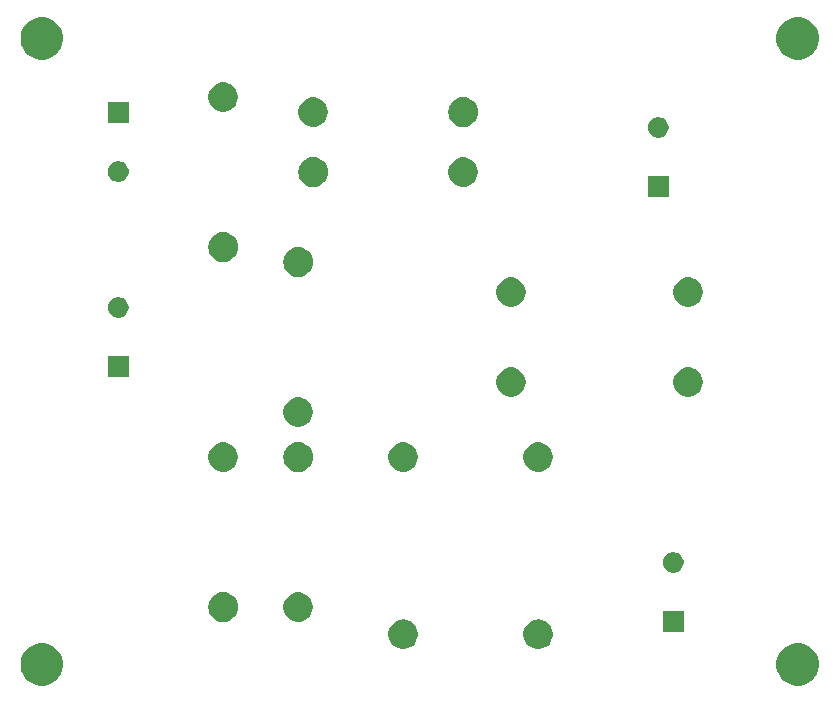
<source format=gbr>
G04 #@! TF.GenerationSoftware,KiCad,Pcbnew,(5.0.1)-4*
G04 #@! TF.CreationDate,2019-03-02T17:06:11-06:00*
G04 #@! TF.ProjectId,monitoring,6D6F6E69746F72696E672E6B69636164,rev?*
G04 #@! TF.SameCoordinates,Original*
G04 #@! TF.FileFunction,Soldermask,Bot*
G04 #@! TF.FilePolarity,Negative*
%FSLAX46Y46*%
G04 Gerber Fmt 4.6, Leading zero omitted, Abs format (unit mm)*
G04 Created by KiCad (PCBNEW (5.0.1)-4) date 2019-03-02 5:06:11 PM*
%MOMM*%
%LPD*%
G01*
G04 APERTURE LIST*
%ADD10C,0.100000*%
G04 APERTURE END LIST*
D10*
G36*
X182525331Y-107268211D02*
X182853092Y-107403974D01*
X183148073Y-107601074D01*
X183398926Y-107851927D01*
X183596026Y-108146908D01*
X183731789Y-108474669D01*
X183801000Y-108822616D01*
X183801000Y-109177384D01*
X183731789Y-109525331D01*
X183596026Y-109853092D01*
X183398926Y-110148073D01*
X183148073Y-110398926D01*
X182853092Y-110596026D01*
X182525331Y-110731789D01*
X182177384Y-110801000D01*
X181822616Y-110801000D01*
X181474669Y-110731789D01*
X181146908Y-110596026D01*
X180851927Y-110398926D01*
X180601074Y-110148073D01*
X180403974Y-109853092D01*
X180268211Y-109525331D01*
X180199000Y-109177384D01*
X180199000Y-108822616D01*
X180268211Y-108474669D01*
X180403974Y-108146908D01*
X180601074Y-107851927D01*
X180851927Y-107601074D01*
X181146908Y-107403974D01*
X181474669Y-107268211D01*
X181822616Y-107199000D01*
X182177384Y-107199000D01*
X182525331Y-107268211D01*
X182525331Y-107268211D01*
G37*
G36*
X118525331Y-107268211D02*
X118853092Y-107403974D01*
X119148073Y-107601074D01*
X119398926Y-107851927D01*
X119596026Y-108146908D01*
X119731789Y-108474669D01*
X119801000Y-108822616D01*
X119801000Y-109177384D01*
X119731789Y-109525331D01*
X119596026Y-109853092D01*
X119398926Y-110148073D01*
X119148073Y-110398926D01*
X118853092Y-110596026D01*
X118525331Y-110731789D01*
X118177384Y-110801000D01*
X117822616Y-110801000D01*
X117474669Y-110731789D01*
X117146908Y-110596026D01*
X116851927Y-110398926D01*
X116601074Y-110148073D01*
X116403974Y-109853092D01*
X116268211Y-109525331D01*
X116199000Y-109177384D01*
X116199000Y-108822616D01*
X116268211Y-108474669D01*
X116403974Y-108146908D01*
X116601074Y-107851927D01*
X116851927Y-107601074D01*
X117146908Y-107403974D01*
X117474669Y-107268211D01*
X117822616Y-107199000D01*
X118177384Y-107199000D01*
X118525331Y-107268211D01*
X118525331Y-107268211D01*
G37*
G36*
X148773635Y-105201019D02*
X148954903Y-105237075D01*
X149182571Y-105331378D01*
X149386542Y-105467668D01*
X149387469Y-105468287D01*
X149561713Y-105642531D01*
X149561715Y-105642534D01*
X149698622Y-105847429D01*
X149792925Y-106075097D01*
X149841000Y-106316787D01*
X149841000Y-106563213D01*
X149792925Y-106804903D01*
X149698622Y-107032571D01*
X149587417Y-107199000D01*
X149561713Y-107237469D01*
X149387469Y-107411713D01*
X149387466Y-107411715D01*
X149182571Y-107548622D01*
X148954903Y-107642925D01*
X148773636Y-107678981D01*
X148713214Y-107691000D01*
X148466786Y-107691000D01*
X148406364Y-107678981D01*
X148225097Y-107642925D01*
X147997429Y-107548622D01*
X147792534Y-107411715D01*
X147792531Y-107411713D01*
X147618287Y-107237469D01*
X147592583Y-107199000D01*
X147481378Y-107032571D01*
X147387075Y-106804903D01*
X147339000Y-106563213D01*
X147339000Y-106316787D01*
X147387075Y-106075097D01*
X147481378Y-105847429D01*
X147618285Y-105642534D01*
X147618287Y-105642531D01*
X147792531Y-105468287D01*
X147793458Y-105467668D01*
X147997429Y-105331378D01*
X148225097Y-105237075D01*
X148406365Y-105201019D01*
X148466786Y-105189000D01*
X148713214Y-105189000D01*
X148773635Y-105201019D01*
X148773635Y-105201019D01*
G37*
G36*
X160203635Y-105201019D02*
X160384903Y-105237075D01*
X160612571Y-105331378D01*
X160816542Y-105467668D01*
X160817469Y-105468287D01*
X160991713Y-105642531D01*
X160991715Y-105642534D01*
X161128622Y-105847429D01*
X161222925Y-106075097D01*
X161271000Y-106316787D01*
X161271000Y-106563213D01*
X161222925Y-106804903D01*
X161128622Y-107032571D01*
X161017417Y-107199000D01*
X160991713Y-107237469D01*
X160817469Y-107411713D01*
X160817466Y-107411715D01*
X160612571Y-107548622D01*
X160384903Y-107642925D01*
X160203636Y-107678981D01*
X160143214Y-107691000D01*
X159896786Y-107691000D01*
X159836364Y-107678981D01*
X159655097Y-107642925D01*
X159427429Y-107548622D01*
X159222534Y-107411715D01*
X159222531Y-107411713D01*
X159048287Y-107237469D01*
X159022583Y-107199000D01*
X158911378Y-107032571D01*
X158817075Y-106804903D01*
X158769000Y-106563213D01*
X158769000Y-106316787D01*
X158817075Y-106075097D01*
X158911378Y-105847429D01*
X159048285Y-105642534D01*
X159048287Y-105642531D01*
X159222531Y-105468287D01*
X159223458Y-105467668D01*
X159427429Y-105331378D01*
X159655097Y-105237075D01*
X159836365Y-105201019D01*
X159896786Y-105189000D01*
X160143214Y-105189000D01*
X160203635Y-105201019D01*
X160203635Y-105201019D01*
G37*
G36*
X172326000Y-106246000D02*
X170574000Y-106246000D01*
X170574000Y-104494000D01*
X172326000Y-104494000D01*
X172326000Y-106246000D01*
X172326000Y-106246000D01*
G37*
G36*
X139883636Y-102901019D02*
X140064903Y-102937075D01*
X140292571Y-103031378D01*
X140387488Y-103094800D01*
X140497469Y-103168287D01*
X140671713Y-103342531D01*
X140671715Y-103342534D01*
X140808622Y-103547429D01*
X140902925Y-103775097D01*
X140951000Y-104016787D01*
X140951000Y-104263213D01*
X140902925Y-104504903D01*
X140808622Y-104732571D01*
X140737921Y-104838382D01*
X140671713Y-104937469D01*
X140497469Y-105111713D01*
X140497466Y-105111715D01*
X140292571Y-105248622D01*
X140064903Y-105342925D01*
X139914213Y-105372899D01*
X139823214Y-105391000D01*
X139576786Y-105391000D01*
X139485787Y-105372899D01*
X139335097Y-105342925D01*
X139107429Y-105248622D01*
X138902534Y-105111715D01*
X138902531Y-105111713D01*
X138728287Y-104937469D01*
X138662079Y-104838382D01*
X138591378Y-104732571D01*
X138497075Y-104504903D01*
X138449000Y-104263213D01*
X138449000Y-104016787D01*
X138497075Y-103775097D01*
X138591378Y-103547429D01*
X138728285Y-103342534D01*
X138728287Y-103342531D01*
X138902531Y-103168287D01*
X139012512Y-103094800D01*
X139107429Y-103031378D01*
X139335097Y-102937075D01*
X139516364Y-102901019D01*
X139576786Y-102889000D01*
X139823214Y-102889000D01*
X139883636Y-102901019D01*
X139883636Y-102901019D01*
G37*
G36*
X133595239Y-102907101D02*
X133831053Y-102978634D01*
X134048381Y-103094799D01*
X134238871Y-103251129D01*
X134395201Y-103441619D01*
X134511366Y-103658947D01*
X134582899Y-103894761D01*
X134607053Y-104140000D01*
X134582899Y-104385239D01*
X134511366Y-104621053D01*
X134395201Y-104838381D01*
X134238871Y-105028871D01*
X134048381Y-105185201D01*
X133831053Y-105301366D01*
X133595239Y-105372899D01*
X133411457Y-105391000D01*
X133288543Y-105391000D01*
X133104761Y-105372899D01*
X132868947Y-105301366D01*
X132651619Y-105185201D01*
X132461129Y-105028871D01*
X132304799Y-104838381D01*
X132188634Y-104621053D01*
X132117101Y-104385239D01*
X132092947Y-104140000D01*
X132117101Y-103894761D01*
X132188634Y-103658947D01*
X132304799Y-103441619D01*
X132461129Y-103251129D01*
X132651619Y-103094799D01*
X132868947Y-102978634D01*
X133104761Y-102907101D01*
X133288543Y-102889000D01*
X133411457Y-102889000D01*
X133595239Y-102907101D01*
X133595239Y-102907101D01*
G37*
G36*
X171578589Y-99502416D02*
X171705520Y-99527664D01*
X171864942Y-99593699D01*
X172008418Y-99689566D01*
X172130434Y-99811582D01*
X172226301Y-99955058D01*
X172292336Y-100114480D01*
X172326000Y-100283721D01*
X172326000Y-100456279D01*
X172292336Y-100625520D01*
X172226301Y-100784942D01*
X172130434Y-100928418D01*
X172008418Y-101050434D01*
X171864942Y-101146301D01*
X171705520Y-101212336D01*
X171578589Y-101237584D01*
X171536280Y-101246000D01*
X171363720Y-101246000D01*
X171321411Y-101237584D01*
X171194480Y-101212336D01*
X171035058Y-101146301D01*
X170891582Y-101050434D01*
X170769566Y-100928418D01*
X170673699Y-100784942D01*
X170607664Y-100625520D01*
X170574000Y-100456279D01*
X170574000Y-100283721D01*
X170607664Y-100114480D01*
X170673699Y-99955058D01*
X170769566Y-99811582D01*
X170891582Y-99689566D01*
X171035058Y-99593699D01*
X171194480Y-99527664D01*
X171321411Y-99502416D01*
X171363720Y-99494000D01*
X171536280Y-99494000D01*
X171578589Y-99502416D01*
X171578589Y-99502416D01*
G37*
G36*
X148773636Y-90201019D02*
X148954903Y-90237075D01*
X149182571Y-90331378D01*
X149277488Y-90394800D01*
X149387469Y-90468287D01*
X149561713Y-90642531D01*
X149561715Y-90642534D01*
X149698622Y-90847429D01*
X149792925Y-91075097D01*
X149841000Y-91316787D01*
X149841000Y-91563213D01*
X149792925Y-91804903D01*
X149698622Y-92032571D01*
X149627921Y-92138382D01*
X149561713Y-92237469D01*
X149387469Y-92411713D01*
X149387466Y-92411715D01*
X149182571Y-92548622D01*
X148954903Y-92642925D01*
X148804213Y-92672899D01*
X148713214Y-92691000D01*
X148466786Y-92691000D01*
X148375787Y-92672899D01*
X148225097Y-92642925D01*
X147997429Y-92548622D01*
X147792534Y-92411715D01*
X147792531Y-92411713D01*
X147618287Y-92237469D01*
X147552079Y-92138382D01*
X147481378Y-92032571D01*
X147387075Y-91804903D01*
X147339000Y-91563213D01*
X147339000Y-91316787D01*
X147387075Y-91075097D01*
X147481378Y-90847429D01*
X147618285Y-90642534D01*
X147618287Y-90642531D01*
X147792531Y-90468287D01*
X147902512Y-90394800D01*
X147997429Y-90331378D01*
X148225097Y-90237075D01*
X148406364Y-90201019D01*
X148466786Y-90189000D01*
X148713214Y-90189000D01*
X148773636Y-90201019D01*
X148773636Y-90201019D01*
G37*
G36*
X139945239Y-90207101D02*
X140181053Y-90278634D01*
X140398381Y-90394799D01*
X140588871Y-90551129D01*
X140745201Y-90741619D01*
X140861366Y-90958947D01*
X140932899Y-91194761D01*
X140957053Y-91440000D01*
X140932899Y-91685239D01*
X140861366Y-91921053D01*
X140745201Y-92138381D01*
X140588871Y-92328871D01*
X140398381Y-92485201D01*
X140181053Y-92601366D01*
X139945239Y-92672899D01*
X139761457Y-92691000D01*
X139638543Y-92691000D01*
X139454761Y-92672899D01*
X139218947Y-92601366D01*
X139001619Y-92485201D01*
X138811129Y-92328871D01*
X138654799Y-92138381D01*
X138538634Y-91921053D01*
X138467101Y-91685239D01*
X138442947Y-91440000D01*
X138467101Y-91194761D01*
X138538634Y-90958947D01*
X138654799Y-90741619D01*
X138811129Y-90551129D01*
X139001619Y-90394799D01*
X139218947Y-90278634D01*
X139454761Y-90207101D01*
X139638543Y-90189000D01*
X139761457Y-90189000D01*
X139945239Y-90207101D01*
X139945239Y-90207101D01*
G37*
G36*
X133533636Y-90201019D02*
X133714903Y-90237075D01*
X133942571Y-90331378D01*
X134037488Y-90394800D01*
X134147469Y-90468287D01*
X134321713Y-90642531D01*
X134321715Y-90642534D01*
X134458622Y-90847429D01*
X134552925Y-91075097D01*
X134601000Y-91316787D01*
X134601000Y-91563213D01*
X134552925Y-91804903D01*
X134458622Y-92032571D01*
X134387921Y-92138382D01*
X134321713Y-92237469D01*
X134147469Y-92411713D01*
X134147466Y-92411715D01*
X133942571Y-92548622D01*
X133714903Y-92642925D01*
X133564213Y-92672899D01*
X133473214Y-92691000D01*
X133226786Y-92691000D01*
X133135787Y-92672899D01*
X132985097Y-92642925D01*
X132757429Y-92548622D01*
X132552534Y-92411715D01*
X132552531Y-92411713D01*
X132378287Y-92237469D01*
X132312079Y-92138382D01*
X132241378Y-92032571D01*
X132147075Y-91804903D01*
X132099000Y-91563213D01*
X132099000Y-91316787D01*
X132147075Y-91075097D01*
X132241378Y-90847429D01*
X132378285Y-90642534D01*
X132378287Y-90642531D01*
X132552531Y-90468287D01*
X132662512Y-90394800D01*
X132757429Y-90331378D01*
X132985097Y-90237075D01*
X133166364Y-90201019D01*
X133226786Y-90189000D01*
X133473214Y-90189000D01*
X133533636Y-90201019D01*
X133533636Y-90201019D01*
G37*
G36*
X160203636Y-90201019D02*
X160384903Y-90237075D01*
X160612571Y-90331378D01*
X160707488Y-90394800D01*
X160817469Y-90468287D01*
X160991713Y-90642531D01*
X160991715Y-90642534D01*
X161128622Y-90847429D01*
X161222925Y-91075097D01*
X161271000Y-91316787D01*
X161271000Y-91563213D01*
X161222925Y-91804903D01*
X161128622Y-92032571D01*
X161057921Y-92138382D01*
X160991713Y-92237469D01*
X160817469Y-92411713D01*
X160817466Y-92411715D01*
X160612571Y-92548622D01*
X160384903Y-92642925D01*
X160234213Y-92672899D01*
X160143214Y-92691000D01*
X159896786Y-92691000D01*
X159805787Y-92672899D01*
X159655097Y-92642925D01*
X159427429Y-92548622D01*
X159222534Y-92411715D01*
X159222531Y-92411713D01*
X159048287Y-92237469D01*
X158982079Y-92138382D01*
X158911378Y-92032571D01*
X158817075Y-91804903D01*
X158769000Y-91563213D01*
X158769000Y-91316787D01*
X158817075Y-91075097D01*
X158911378Y-90847429D01*
X159048285Y-90642534D01*
X159048287Y-90642531D01*
X159222531Y-90468287D01*
X159332512Y-90394800D01*
X159427429Y-90331378D01*
X159655097Y-90237075D01*
X159836364Y-90201019D01*
X159896786Y-90189000D01*
X160143214Y-90189000D01*
X160203636Y-90201019D01*
X160203636Y-90201019D01*
G37*
G36*
X139883636Y-86391019D02*
X140064903Y-86427075D01*
X140292571Y-86521378D01*
X140496542Y-86657668D01*
X140497469Y-86658287D01*
X140671713Y-86832531D01*
X140671715Y-86832534D01*
X140808622Y-87037429D01*
X140902925Y-87265097D01*
X140951000Y-87506787D01*
X140951000Y-87753213D01*
X140902925Y-87994903D01*
X140808622Y-88222571D01*
X140672332Y-88426542D01*
X140671713Y-88427469D01*
X140497469Y-88601713D01*
X140497466Y-88601715D01*
X140292571Y-88738622D01*
X140064903Y-88832925D01*
X139883635Y-88868981D01*
X139823214Y-88881000D01*
X139576786Y-88881000D01*
X139516365Y-88868981D01*
X139335097Y-88832925D01*
X139107429Y-88738622D01*
X138902534Y-88601715D01*
X138902531Y-88601713D01*
X138728287Y-88427469D01*
X138727668Y-88426542D01*
X138591378Y-88222571D01*
X138497075Y-87994903D01*
X138449000Y-87753213D01*
X138449000Y-87506787D01*
X138497075Y-87265097D01*
X138591378Y-87037429D01*
X138728285Y-86832534D01*
X138728287Y-86832531D01*
X138902531Y-86658287D01*
X138903458Y-86657668D01*
X139107429Y-86521378D01*
X139335097Y-86427075D01*
X139516364Y-86391019D01*
X139576786Y-86379000D01*
X139823214Y-86379000D01*
X139883636Y-86391019D01*
X139883636Y-86391019D01*
G37*
G36*
X172903636Y-83851019D02*
X173084903Y-83887075D01*
X173312571Y-83981378D01*
X173516542Y-84117668D01*
X173517469Y-84118287D01*
X173691713Y-84292531D01*
X173691715Y-84292534D01*
X173828622Y-84497429D01*
X173922925Y-84725097D01*
X173971000Y-84966787D01*
X173971000Y-85213213D01*
X173922925Y-85454903D01*
X173828622Y-85682571D01*
X173692332Y-85886542D01*
X173691713Y-85887469D01*
X173517469Y-86061713D01*
X173517466Y-86061715D01*
X173312571Y-86198622D01*
X173084903Y-86292925D01*
X172903636Y-86328981D01*
X172843214Y-86341000D01*
X172596786Y-86341000D01*
X172536364Y-86328981D01*
X172355097Y-86292925D01*
X172127429Y-86198622D01*
X171922534Y-86061715D01*
X171922531Y-86061713D01*
X171748287Y-85887469D01*
X171747668Y-85886542D01*
X171611378Y-85682571D01*
X171517075Y-85454903D01*
X171469000Y-85213213D01*
X171469000Y-84966787D01*
X171517075Y-84725097D01*
X171611378Y-84497429D01*
X171748285Y-84292534D01*
X171748287Y-84292531D01*
X171922531Y-84118287D01*
X171923458Y-84117668D01*
X172127429Y-83981378D01*
X172355097Y-83887075D01*
X172536364Y-83851019D01*
X172596786Y-83839000D01*
X172843214Y-83839000D01*
X172903636Y-83851019D01*
X172903636Y-83851019D01*
G37*
G36*
X157903636Y-83851019D02*
X158084903Y-83887075D01*
X158312571Y-83981378D01*
X158516542Y-84117668D01*
X158517469Y-84118287D01*
X158691713Y-84292531D01*
X158691715Y-84292534D01*
X158828622Y-84497429D01*
X158922925Y-84725097D01*
X158971000Y-84966787D01*
X158971000Y-85213213D01*
X158922925Y-85454903D01*
X158828622Y-85682571D01*
X158692332Y-85886542D01*
X158691713Y-85887469D01*
X158517469Y-86061713D01*
X158517466Y-86061715D01*
X158312571Y-86198622D01*
X158084903Y-86292925D01*
X157903636Y-86328981D01*
X157843214Y-86341000D01*
X157596786Y-86341000D01*
X157536364Y-86328981D01*
X157355097Y-86292925D01*
X157127429Y-86198622D01*
X156922534Y-86061715D01*
X156922531Y-86061713D01*
X156748287Y-85887469D01*
X156747668Y-85886542D01*
X156611378Y-85682571D01*
X156517075Y-85454903D01*
X156469000Y-85213213D01*
X156469000Y-84966787D01*
X156517075Y-84725097D01*
X156611378Y-84497429D01*
X156748285Y-84292534D01*
X156748287Y-84292531D01*
X156922531Y-84118287D01*
X156923458Y-84117668D01*
X157127429Y-83981378D01*
X157355097Y-83887075D01*
X157536364Y-83851019D01*
X157596786Y-83839000D01*
X157843214Y-83839000D01*
X157903636Y-83851019D01*
X157903636Y-83851019D01*
G37*
G36*
X125336000Y-84656000D02*
X123584000Y-84656000D01*
X123584000Y-82904000D01*
X125336000Y-82904000D01*
X125336000Y-84656000D01*
X125336000Y-84656000D01*
G37*
G36*
X124588589Y-77912416D02*
X124715520Y-77937664D01*
X124874942Y-78003699D01*
X125018418Y-78099566D01*
X125140434Y-78221582D01*
X125236301Y-78365058D01*
X125302336Y-78524480D01*
X125313105Y-78578621D01*
X125331864Y-78672925D01*
X125336000Y-78693721D01*
X125336000Y-78866279D01*
X125302336Y-79035520D01*
X125236301Y-79194942D01*
X125140434Y-79338418D01*
X125018418Y-79460434D01*
X124874942Y-79556301D01*
X124715520Y-79622336D01*
X124588589Y-79647584D01*
X124546280Y-79656000D01*
X124373720Y-79656000D01*
X124331411Y-79647584D01*
X124204480Y-79622336D01*
X124045058Y-79556301D01*
X123901582Y-79460434D01*
X123779566Y-79338418D01*
X123683699Y-79194942D01*
X123617664Y-79035520D01*
X123584000Y-78866279D01*
X123584000Y-78693721D01*
X123588137Y-78672925D01*
X123606895Y-78578621D01*
X123617664Y-78524480D01*
X123683699Y-78365058D01*
X123779566Y-78221582D01*
X123901582Y-78099566D01*
X124045058Y-78003699D01*
X124204480Y-77937664D01*
X124331411Y-77912416D01*
X124373720Y-77904000D01*
X124546280Y-77904000D01*
X124588589Y-77912416D01*
X124588589Y-77912416D01*
G37*
G36*
X172903635Y-76231019D02*
X173084903Y-76267075D01*
X173312571Y-76361378D01*
X173516542Y-76497668D01*
X173517469Y-76498287D01*
X173691713Y-76672531D01*
X173691715Y-76672534D01*
X173828622Y-76877429D01*
X173922925Y-77105097D01*
X173971000Y-77346787D01*
X173971000Y-77593213D01*
X173922925Y-77834903D01*
X173828622Y-78062571D01*
X173722375Y-78221580D01*
X173691713Y-78267469D01*
X173517469Y-78441713D01*
X173517466Y-78441715D01*
X173312571Y-78578622D01*
X173084903Y-78672925D01*
X172903636Y-78708981D01*
X172843214Y-78721000D01*
X172596786Y-78721000D01*
X172536365Y-78708981D01*
X172355097Y-78672925D01*
X172127429Y-78578622D01*
X171922534Y-78441715D01*
X171922531Y-78441713D01*
X171748287Y-78267469D01*
X171717625Y-78221580D01*
X171611378Y-78062571D01*
X171517075Y-77834903D01*
X171469000Y-77593213D01*
X171469000Y-77346787D01*
X171517075Y-77105097D01*
X171611378Y-76877429D01*
X171748285Y-76672534D01*
X171748287Y-76672531D01*
X171922531Y-76498287D01*
X171923458Y-76497668D01*
X172127429Y-76361378D01*
X172355097Y-76267075D01*
X172536364Y-76231019D01*
X172596786Y-76219000D01*
X172843214Y-76219000D01*
X172903635Y-76231019D01*
X172903635Y-76231019D01*
G37*
G36*
X157903635Y-76231019D02*
X158084903Y-76267075D01*
X158312571Y-76361378D01*
X158516542Y-76497668D01*
X158517469Y-76498287D01*
X158691713Y-76672531D01*
X158691715Y-76672534D01*
X158828622Y-76877429D01*
X158922925Y-77105097D01*
X158971000Y-77346787D01*
X158971000Y-77593213D01*
X158922925Y-77834903D01*
X158828622Y-78062571D01*
X158722375Y-78221580D01*
X158691713Y-78267469D01*
X158517469Y-78441713D01*
X158517466Y-78441715D01*
X158312571Y-78578622D01*
X158084903Y-78672925D01*
X157903636Y-78708981D01*
X157843214Y-78721000D01*
X157596786Y-78721000D01*
X157536365Y-78708981D01*
X157355097Y-78672925D01*
X157127429Y-78578622D01*
X156922534Y-78441715D01*
X156922531Y-78441713D01*
X156748287Y-78267469D01*
X156717625Y-78221580D01*
X156611378Y-78062571D01*
X156517075Y-77834903D01*
X156469000Y-77593213D01*
X156469000Y-77346787D01*
X156517075Y-77105097D01*
X156611378Y-76877429D01*
X156748285Y-76672534D01*
X156748287Y-76672531D01*
X156922531Y-76498287D01*
X156923458Y-76497668D01*
X157127429Y-76361378D01*
X157355097Y-76267075D01*
X157536364Y-76231019D01*
X157596786Y-76219000D01*
X157843214Y-76219000D01*
X157903635Y-76231019D01*
X157903635Y-76231019D01*
G37*
G36*
X139945239Y-73697101D02*
X140181053Y-73768634D01*
X140398381Y-73884799D01*
X140588871Y-74041129D01*
X140745201Y-74231619D01*
X140861366Y-74448947D01*
X140932899Y-74684761D01*
X140957053Y-74930000D01*
X140932899Y-75175239D01*
X140861366Y-75411053D01*
X140745201Y-75628381D01*
X140588871Y-75818871D01*
X140398381Y-75975201D01*
X140181053Y-76091366D01*
X139945239Y-76162899D01*
X139761457Y-76181000D01*
X139638543Y-76181000D01*
X139454761Y-76162899D01*
X139218947Y-76091366D01*
X139001619Y-75975201D01*
X138811129Y-75818871D01*
X138654799Y-75628381D01*
X138538634Y-75411053D01*
X138467101Y-75175239D01*
X138442947Y-74930000D01*
X138467101Y-74684761D01*
X138538634Y-74448947D01*
X138654799Y-74231619D01*
X138811129Y-74041129D01*
X139001619Y-73884799D01*
X139218947Y-73768634D01*
X139454761Y-73697101D01*
X139638543Y-73679000D01*
X139761457Y-73679000D01*
X139945239Y-73697101D01*
X139945239Y-73697101D01*
G37*
G36*
X133595239Y-72427101D02*
X133831053Y-72498634D01*
X134048381Y-72614799D01*
X134238871Y-72771129D01*
X134395201Y-72961619D01*
X134511366Y-73178947D01*
X134582899Y-73414761D01*
X134607053Y-73660000D01*
X134582899Y-73905239D01*
X134511366Y-74141053D01*
X134395201Y-74358381D01*
X134238871Y-74548871D01*
X134048381Y-74705201D01*
X133831053Y-74821366D01*
X133595239Y-74892899D01*
X133411457Y-74911000D01*
X133288543Y-74911000D01*
X133104761Y-74892899D01*
X132868947Y-74821366D01*
X132651619Y-74705201D01*
X132461129Y-74548871D01*
X132304799Y-74358381D01*
X132188634Y-74141053D01*
X132117101Y-73905239D01*
X132092947Y-73660000D01*
X132117101Y-73414761D01*
X132188634Y-73178947D01*
X132304799Y-72961619D01*
X132461129Y-72771129D01*
X132651619Y-72614799D01*
X132868947Y-72498634D01*
X133104761Y-72427101D01*
X133288543Y-72409000D01*
X133411457Y-72409000D01*
X133595239Y-72427101D01*
X133595239Y-72427101D01*
G37*
G36*
X171056000Y-69416000D02*
X169304000Y-69416000D01*
X169304000Y-67664000D01*
X171056000Y-67664000D01*
X171056000Y-69416000D01*
X171056000Y-69416000D01*
G37*
G36*
X153853636Y-66071019D02*
X154034903Y-66107075D01*
X154262571Y-66201378D01*
X154357488Y-66264800D01*
X154467469Y-66338287D01*
X154641713Y-66512531D01*
X154641715Y-66512534D01*
X154778622Y-66717429D01*
X154872925Y-66945097D01*
X154921000Y-67186787D01*
X154921000Y-67433213D01*
X154872925Y-67674903D01*
X154778622Y-67902571D01*
X154707921Y-68008382D01*
X154641713Y-68107469D01*
X154467469Y-68281713D01*
X154467466Y-68281715D01*
X154262571Y-68418622D01*
X154034903Y-68512925D01*
X153884213Y-68542899D01*
X153793214Y-68561000D01*
X153546786Y-68561000D01*
X153455787Y-68542899D01*
X153305097Y-68512925D01*
X153077429Y-68418622D01*
X152872534Y-68281715D01*
X152872531Y-68281713D01*
X152698287Y-68107469D01*
X152632079Y-68008382D01*
X152561378Y-67902571D01*
X152467075Y-67674903D01*
X152419000Y-67433213D01*
X152419000Y-67186787D01*
X152467075Y-66945097D01*
X152561378Y-66717429D01*
X152698285Y-66512534D01*
X152698287Y-66512531D01*
X152872531Y-66338287D01*
X152982512Y-66264800D01*
X153077429Y-66201378D01*
X153305097Y-66107075D01*
X153486364Y-66071019D01*
X153546786Y-66059000D01*
X153793214Y-66059000D01*
X153853636Y-66071019D01*
X153853636Y-66071019D01*
G37*
G36*
X141215239Y-66077101D02*
X141451053Y-66148634D01*
X141668381Y-66264799D01*
X141858871Y-66421129D01*
X142015201Y-66611619D01*
X142131366Y-66828947D01*
X142202899Y-67064761D01*
X142227053Y-67310000D01*
X142202899Y-67555239D01*
X142131366Y-67791053D01*
X142015201Y-68008381D01*
X141858871Y-68198871D01*
X141668381Y-68355201D01*
X141451053Y-68471366D01*
X141215239Y-68542899D01*
X141031457Y-68561000D01*
X140908543Y-68561000D01*
X140724761Y-68542899D01*
X140488947Y-68471366D01*
X140271619Y-68355201D01*
X140081129Y-68198871D01*
X139924799Y-68008381D01*
X139808634Y-67791053D01*
X139737101Y-67555239D01*
X139712947Y-67310000D01*
X139737101Y-67064761D01*
X139808634Y-66828947D01*
X139924799Y-66611619D01*
X140081129Y-66421129D01*
X140271619Y-66264799D01*
X140488947Y-66148634D01*
X140724761Y-66077101D01*
X140908543Y-66059000D01*
X141031457Y-66059000D01*
X141215239Y-66077101D01*
X141215239Y-66077101D01*
G37*
G36*
X124588589Y-66402416D02*
X124715520Y-66427664D01*
X124874942Y-66493699D01*
X125018418Y-66589566D01*
X125140434Y-66711582D01*
X125236301Y-66855058D01*
X125302336Y-67014480D01*
X125336000Y-67183721D01*
X125336000Y-67356279D01*
X125302336Y-67525520D01*
X125236301Y-67684942D01*
X125140434Y-67828418D01*
X125018418Y-67950434D01*
X124874942Y-68046301D01*
X124715520Y-68112336D01*
X124588589Y-68137584D01*
X124546280Y-68146000D01*
X124373720Y-68146000D01*
X124331411Y-68137584D01*
X124204480Y-68112336D01*
X124045058Y-68046301D01*
X123901582Y-67950434D01*
X123779566Y-67828418D01*
X123683699Y-67684942D01*
X123617664Y-67525520D01*
X123584000Y-67356279D01*
X123584000Y-67183721D01*
X123617664Y-67014480D01*
X123683699Y-66855058D01*
X123779566Y-66711582D01*
X123901582Y-66589566D01*
X124045058Y-66493699D01*
X124204480Y-66427664D01*
X124331411Y-66402416D01*
X124373720Y-66394000D01*
X124546280Y-66394000D01*
X124588589Y-66402416D01*
X124588589Y-66402416D01*
G37*
G36*
X170308589Y-62672416D02*
X170435520Y-62697664D01*
X170594942Y-62763699D01*
X170738418Y-62859566D01*
X170860434Y-62981582D01*
X170956301Y-63125058D01*
X171022336Y-63284480D01*
X171033105Y-63338621D01*
X171051864Y-63432925D01*
X171056000Y-63453721D01*
X171056000Y-63626279D01*
X171022336Y-63795520D01*
X170956301Y-63954942D01*
X170860434Y-64098418D01*
X170738418Y-64220434D01*
X170594942Y-64316301D01*
X170435520Y-64382336D01*
X170308589Y-64407584D01*
X170266280Y-64416000D01*
X170093720Y-64416000D01*
X170051411Y-64407584D01*
X169924480Y-64382336D01*
X169765058Y-64316301D01*
X169621582Y-64220434D01*
X169499566Y-64098418D01*
X169403699Y-63954942D01*
X169337664Y-63795520D01*
X169304000Y-63626279D01*
X169304000Y-63453721D01*
X169308137Y-63432925D01*
X169326895Y-63338621D01*
X169337664Y-63284480D01*
X169403699Y-63125058D01*
X169499566Y-62981582D01*
X169621582Y-62859566D01*
X169765058Y-62763699D01*
X169924480Y-62697664D01*
X170051411Y-62672416D01*
X170093720Y-62664000D01*
X170266280Y-62664000D01*
X170308589Y-62672416D01*
X170308589Y-62672416D01*
G37*
G36*
X141153635Y-60991019D02*
X141334903Y-61027075D01*
X141562571Y-61121378D01*
X141657488Y-61184800D01*
X141767469Y-61258287D01*
X141941713Y-61432531D01*
X141941715Y-61432534D01*
X142078622Y-61637429D01*
X142172925Y-61865097D01*
X142221000Y-62106787D01*
X142221000Y-62353213D01*
X142172925Y-62594903D01*
X142078622Y-62822571D01*
X142007921Y-62928382D01*
X141941713Y-63027469D01*
X141767469Y-63201713D01*
X141767466Y-63201715D01*
X141562571Y-63338622D01*
X141334903Y-63432925D01*
X141184213Y-63462899D01*
X141093214Y-63481000D01*
X140846786Y-63481000D01*
X140755787Y-63462899D01*
X140605097Y-63432925D01*
X140377429Y-63338622D01*
X140172534Y-63201715D01*
X140172531Y-63201713D01*
X139998287Y-63027469D01*
X139932079Y-62928382D01*
X139861378Y-62822571D01*
X139767075Y-62594903D01*
X139719000Y-62353213D01*
X139719000Y-62106787D01*
X139767075Y-61865097D01*
X139861378Y-61637429D01*
X139998285Y-61432534D01*
X139998287Y-61432531D01*
X140172531Y-61258287D01*
X140282512Y-61184800D01*
X140377429Y-61121378D01*
X140605097Y-61027075D01*
X140786365Y-60991019D01*
X140846786Y-60979000D01*
X141093214Y-60979000D01*
X141153635Y-60991019D01*
X141153635Y-60991019D01*
G37*
G36*
X153915239Y-60997101D02*
X154151053Y-61068634D01*
X154368381Y-61184799D01*
X154558871Y-61341129D01*
X154715201Y-61531619D01*
X154831366Y-61748947D01*
X154902899Y-61984761D01*
X154927053Y-62230000D01*
X154902899Y-62475239D01*
X154831366Y-62711053D01*
X154715201Y-62928381D01*
X154558871Y-63118871D01*
X154368381Y-63275201D01*
X154151053Y-63391366D01*
X153915239Y-63462899D01*
X153731457Y-63481000D01*
X153608543Y-63481000D01*
X153424761Y-63462899D01*
X153188947Y-63391366D01*
X152971619Y-63275201D01*
X152781129Y-63118871D01*
X152624799Y-62928381D01*
X152508634Y-62711053D01*
X152437101Y-62475239D01*
X152412947Y-62230000D01*
X152437101Y-61984761D01*
X152508634Y-61748947D01*
X152624799Y-61531619D01*
X152781129Y-61341129D01*
X152971619Y-61184799D01*
X153188947Y-61068634D01*
X153424761Y-60997101D01*
X153608543Y-60979000D01*
X153731457Y-60979000D01*
X153915239Y-60997101D01*
X153915239Y-60997101D01*
G37*
G36*
X125336000Y-63146000D02*
X123584000Y-63146000D01*
X123584000Y-61394000D01*
X125336000Y-61394000D01*
X125336000Y-63146000D01*
X125336000Y-63146000D01*
G37*
G36*
X133533636Y-59721019D02*
X133714903Y-59757075D01*
X133942571Y-59851378D01*
X134146542Y-59987668D01*
X134147469Y-59988287D01*
X134321713Y-60162531D01*
X134321715Y-60162534D01*
X134458622Y-60367429D01*
X134552925Y-60595097D01*
X134601000Y-60836787D01*
X134601000Y-61083213D01*
X134552925Y-61324903D01*
X134458622Y-61552571D01*
X134401921Y-61637429D01*
X134321713Y-61757469D01*
X134147469Y-61931713D01*
X134147466Y-61931715D01*
X133942571Y-62068622D01*
X133714903Y-62162925D01*
X133533636Y-62198981D01*
X133473214Y-62211000D01*
X133226786Y-62211000D01*
X133166364Y-62198981D01*
X132985097Y-62162925D01*
X132757429Y-62068622D01*
X132552534Y-61931715D01*
X132552531Y-61931713D01*
X132378287Y-61757469D01*
X132298079Y-61637429D01*
X132241378Y-61552571D01*
X132147075Y-61324903D01*
X132099000Y-61083213D01*
X132099000Y-60836787D01*
X132147075Y-60595097D01*
X132241378Y-60367429D01*
X132378285Y-60162534D01*
X132378287Y-60162531D01*
X132552531Y-59988287D01*
X132553458Y-59987668D01*
X132757429Y-59851378D01*
X132985097Y-59757075D01*
X133166364Y-59721019D01*
X133226786Y-59709000D01*
X133473214Y-59709000D01*
X133533636Y-59721019D01*
X133533636Y-59721019D01*
G37*
G36*
X182525331Y-54268211D02*
X182853092Y-54403974D01*
X183148073Y-54601074D01*
X183398926Y-54851927D01*
X183596026Y-55146908D01*
X183731789Y-55474669D01*
X183801000Y-55822616D01*
X183801000Y-56177384D01*
X183731789Y-56525331D01*
X183596026Y-56853092D01*
X183398926Y-57148073D01*
X183148073Y-57398926D01*
X182853092Y-57596026D01*
X182525331Y-57731789D01*
X182177384Y-57801000D01*
X181822616Y-57801000D01*
X181474669Y-57731789D01*
X181146908Y-57596026D01*
X180851927Y-57398926D01*
X180601074Y-57148073D01*
X180403974Y-56853092D01*
X180268211Y-56525331D01*
X180199000Y-56177384D01*
X180199000Y-55822616D01*
X180268211Y-55474669D01*
X180403974Y-55146908D01*
X180601074Y-54851927D01*
X180851927Y-54601074D01*
X181146908Y-54403974D01*
X181474669Y-54268211D01*
X181822616Y-54199000D01*
X182177384Y-54199000D01*
X182525331Y-54268211D01*
X182525331Y-54268211D01*
G37*
G36*
X118525331Y-54268211D02*
X118853092Y-54403974D01*
X119148073Y-54601074D01*
X119398926Y-54851927D01*
X119596026Y-55146908D01*
X119731789Y-55474669D01*
X119801000Y-55822616D01*
X119801000Y-56177384D01*
X119731789Y-56525331D01*
X119596026Y-56853092D01*
X119398926Y-57148073D01*
X119148073Y-57398926D01*
X118853092Y-57596026D01*
X118525331Y-57731789D01*
X118177384Y-57801000D01*
X117822616Y-57801000D01*
X117474669Y-57731789D01*
X117146908Y-57596026D01*
X116851927Y-57398926D01*
X116601074Y-57148073D01*
X116403974Y-56853092D01*
X116268211Y-56525331D01*
X116199000Y-56177384D01*
X116199000Y-55822616D01*
X116268211Y-55474669D01*
X116403974Y-55146908D01*
X116601074Y-54851927D01*
X116851927Y-54601074D01*
X117146908Y-54403974D01*
X117474669Y-54268211D01*
X117822616Y-54199000D01*
X118177384Y-54199000D01*
X118525331Y-54268211D01*
X118525331Y-54268211D01*
G37*
M02*

</source>
